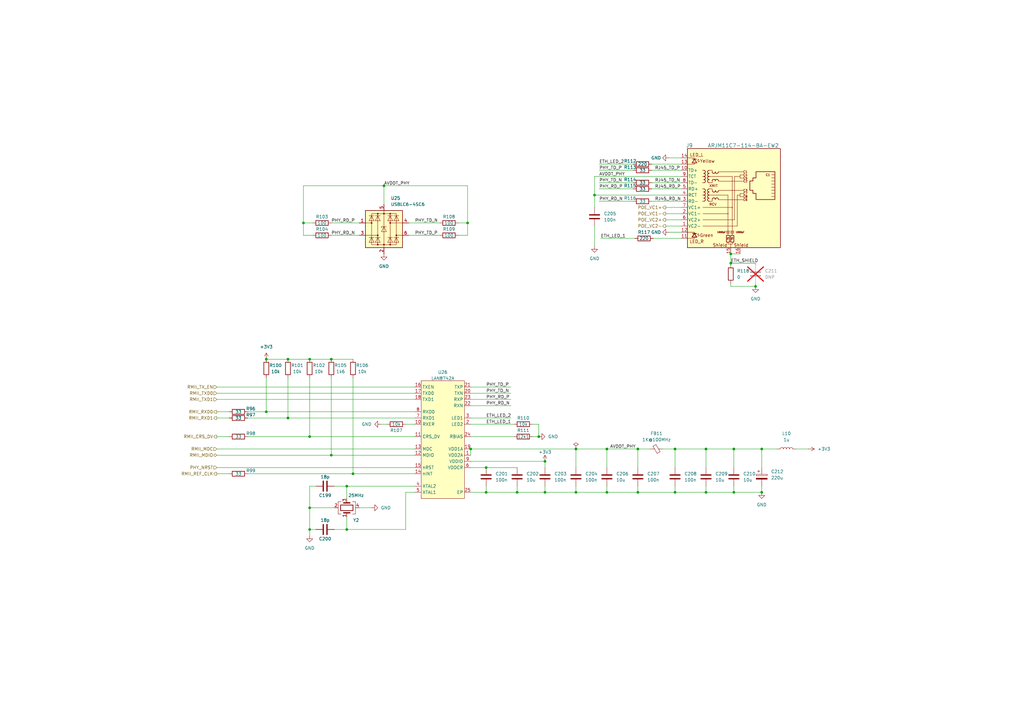
<source format=kicad_sch>
(kicad_sch (version 20230121) (generator eeschema)
  (paper "A3")
  (title_block (title "Ethernet") (date "2023-11-09") (rev "r0_3") (company "M-Labs Limited") (comment 1 "Linus Woo Chun Kit"))
  (lib_symbols
    (symbol "Device:C" (pin_numbers hide) (pin_names (offset 0.254))
      (property "Reference" "C" (at 0.635 2.54 0))
      (property "Value" "C" (at 0.635 -2.54 0))
      (symbol "C_0_1"
        (polyline (pts (xy -2.032 -0.762) (xy 2.032 -0.762)) (stroke (width 0.508)))
        (polyline (pts (xy -2.032 0.762) (xy 2.032 0.762)) (stroke (width 0.508)))
      )
      (symbol "C_1_1"
        (pin passive line (at 0 3.81 270) (length 2.794) (name "~") (number "1"))
        (pin passive line (at 0 -3.81 90) (length 2.794) (name "~") (number "2"))
      )
    )
    (symbol "Device:C_Polarized" (pin_numbers hide) (pin_names (offset 0.254))
      (property "Reference" "C" (at 0.635 2.54 0))
      (property "Value" "C_Polarized" (at 0.635 -2.54 0))
      (symbol "C_Polarized_0_1"
        (rectangle (start -2.286 0.508) (end 2.286 1.016))
        (polyline (pts (xy -1.778 2.286) (xy -0.762 2.286)))
        (polyline (pts (xy -1.27 2.794) (xy -1.27 1.778)))
        (rectangle (start 2.286 -0.508) (end -2.286 -1.016) (fill (type outline)))
      )
      (symbol "C_Polarized_1_1"
        (pin passive line (at 0 3.81 270) (length 2.794) (name "~") (number "1"))
        (pin passive line (at 0 -3.81 90) (length 2.794) (name "~") (number "2"))
      )
    )
    (symbol "Device:Crystal_GND24" (pin_names (offset 1.016) hide)
      (property "Reference" "Y" (at 3.175 5.08 0))
      (property "Value" "Crystal_GND24" (at 3.175 3.175 0))
      (symbol "Crystal_GND24_0_1"
        (rectangle (start -1.143 2.54) (end 1.143 -2.54) (stroke (width 0.3048)))
        (polyline (pts (xy -2.54 0) (xy -2.032 0)))
        (polyline (pts (xy -2.032 -1.27) (xy -2.032 1.27)) (stroke (width 0.508)))
        (polyline (pts (xy 0 -3.81) (xy 0 -3.556)))
        (polyline (pts (xy 0 3.556) (xy 0 3.81)))
        (polyline (pts (xy 2.032 -1.27) (xy 2.032 1.27)) (stroke (width 0.508)))
        (polyline (pts (xy 2.032 0) (xy 2.54 0)))
        (polyline (pts (xy -2.54 -2.286) (xy -2.54 -3.556) (xy 2.54 -3.556) (xy 2.54 -2.286)))
        (polyline (pts (xy -2.54 2.286) (xy -2.54 3.556) (xy 2.54 3.556) (xy 2.54 2.286)))
      )
      (symbol "Crystal_GND24_1_1"
        (pin passive line (at -3.81 0 0) (length 1.27) (name "1") (number "1"))
        (pin passive line (at 0 5.08 270) (length 1.27) (name "2") (number "2"))
        (pin passive line (at 3.81 0 180) (length 1.27) (name "3") (number "3"))
        (pin passive line (at 0 -5.08 90) (length 1.27) (name "4") (number "4"))
      )
    )
    (symbol "Device:FerriteBead_Small" (pin_numbers hide) (pin_names (offset 0))
      (property "Reference" "FB" (at 1.905 1.27 0))
      (property "Value" "FerriteBead_Small" (at 1.905 -1.27 0))
      (symbol "FerriteBead_Small_0_1"
        (polyline (pts (xy 0 -1.27) (xy 0 -0.7874)))
        (polyline (pts (xy 0 0.889) (xy 0 1.2954)))
        (polyline (pts (xy -1.8288 0.2794) (xy -1.1176 1.4986) (xy 1.8288 -0.2032) (xy 1.1176 -1.4224) (xy -1.8288 0.2794)))
      )
      (symbol "FerriteBead_Small_1_1"
        (pin passive line (at 0 2.54 270) (length 1.27) (name "~") (number "1"))
        (pin passive line (at 0 -2.54 90) (length 1.27) (name "~") (number "2"))
      )
    )
    (symbol "Device:L" (pin_numbers hide) (pin_names (offset 1.016) hide)
      (property "Reference" "L" (at -1.27 0 90))
      (property "Value" "L" (at 1.905 0 90))
      (symbol "L_0_1"
        (arc (start 0 -2.54) (mid 0.6323 -1.905) (end 0 -1.27))
        (arc (start 0 -1.27) (mid 0.6323 -0.635) (end 0 0))
        (arc (start 0 0) (mid 0.6323 0.635) (end 0 1.27))
        (arc (start 0 1.27) (mid 0.6323 1.905) (end 0 2.54))
      )
      (symbol "L_1_1"
        (pin passive line (at 0 3.81 270) (length 1.27) (name "1") (number "1"))
        (pin passive line (at 0 -3.81 90) (length 1.27) (name "2") (number "2"))
      )
    )
    (symbol "Device:R" (pin_numbers hide) (pin_names (offset 0))
      (property "Reference" "R" (at 2.032 0 90))
      (property "Value" "R" (at 0 0 90))
      (symbol "R_0_1"
        (rectangle (start -1.016 -2.54) (end 1.016 2.54) (stroke (width 0.254)))
      )
      (symbol "R_1_1"
        (pin passive line (at 0 3.81 270) (length 1.27) (name "~") (number "1"))
        (pin passive line (at 0 -3.81 90) (length 1.27) (name "~") (number "2"))
      )
    )
    (symbol "Power_Protection:USBLC6-4SC6" (pin_names hide)
      (property "Reference" "U" (at 2.54 8.89 0))
      (property "Value" "USBLC6-4SC6" (at 2.54 -8.89 0))
      (symbol "USBLC6-4SC6_0_1"
        (rectangle (start -7.62 -7.62) (end 7.62 7.62) (stroke (width 0.254)) (fill (type background)))
        (circle (center -5.08 2.54) (radius 0.254) (fill (type outline)))
        (circle (center -2.54 -6.35) (radius 0.254) (fill (type outline)))
        (circle (center -2.54 -2.54) (radius 0.254) (fill (type outline)))
        (circle (center -2.54 6.35) (radius 0.254) (fill (type outline)))
        (rectangle (start -2.54 6.35) (end 2.54 -6.35))
        (circle (center 0 -6.35) (radius 0.254) (fill (type outline)))
        (polyline (pts (xy -5.08 2.54) (xy -7.62 2.54)))
        (polyline (pts (xy -4.064 -3.429) (xy -6.096 -3.429)))
        (polyline (pts (xy -4.064 5.461) (xy -6.096 5.461)))
        (polyline (pts (xy -2.54 -2.54) (xy -7.62 -2.54)))
        (polyline (pts (xy -1.524 -3.429) (xy -3.556 -3.429)))
        (polyline (pts (xy -1.524 5.461) (xy -3.556 5.461)))
        (polyline (pts (xy 0 -7.62) (xy 0 -6.35)))
        (polyline (pts (xy 0 -6.35) (xy 0 1.27)))
        (polyline (pts (xy 0 1.27) (xy 0 6.35)))
        (polyline (pts (xy 0 6.35) (xy 0 7.62)))
        (polyline (pts (xy 1.524 -3.429) (xy 3.556 -3.429)))
        (polyline (pts (xy 1.524 5.461) (xy 3.556 5.461)))
        (polyline (pts (xy 2.54 2.54) (xy 7.62 2.54)))
        (polyline (pts (xy 4.064 -3.429) (xy 6.096 -3.429)))
        (polyline (pts (xy 4.064 5.461) (xy 6.096 5.461)))
        (polyline (pts (xy 5.08 -2.54) (xy 7.62 -2.54)))
        (polyline (pts (xy -6.096 -5.461) (xy -4.064 -5.461) (xy -5.08 -3.429) (xy -6.096 -5.461)))
        (polyline (pts (xy -6.096 3.429) (xy -4.064 3.429) (xy -5.08 5.461) (xy -6.096 3.429)))
        (polyline (pts (xy -3.556 -5.461) (xy -1.524 -5.461) (xy -2.54 -3.429) (xy -3.556 -5.461)))
        (polyline (pts (xy -3.556 3.429) (xy -1.524 3.429) (xy -2.54 5.461) (xy -3.556 3.429)))
        (polyline (pts (xy -2.54 6.35) (xy -5.08 6.35) (xy -5.08 -6.35) (xy -2.54 -6.35)))
        (polyline (pts (xy -1.016 -1.016) (xy 1.016 -1.016) (xy 0 1.016) (xy -1.016 -1.016)))
        (polyline (pts (xy 1.016 1.016) (xy 0.762 1.016) (xy -1.016 1.016) (xy -1.016 0.508)))
        (polyline (pts (xy 2.54 6.35) (xy 5.08 6.35) (xy 5.08 -6.35) (xy 2.54 -6.35)))
        (polyline (pts (xy 3.556 -5.461) (xy 1.524 -5.461) (xy 2.54 -3.429) (xy 3.556 -5.461)))
        (polyline (pts (xy 3.556 3.429) (xy 1.524 3.429) (xy 2.54 5.461) (xy 3.556 3.429)))
        (polyline (pts (xy 6.096 -5.461) (xy 4.064 -5.461) (xy 5.08 -3.429) (xy 6.096 -5.461)))
        (polyline (pts (xy 6.096 3.429) (xy 4.064 3.429) (xy 5.08 5.461) (xy 6.096 3.429)))
        (circle (center 0 6.35) (radius 0.254) (fill (type outline)))
        (circle (center 2.54 -6.35) (radius 0.254) (fill (type outline)))
        (circle (center 2.54 2.54) (radius 0.254) (fill (type outline)))
        (circle (center 2.54 6.35) (radius 0.254) (fill (type outline)))
        (circle (center 5.08 -2.54) (radius 0.254) (fill (type outline)))
      )
      (symbol "USBLC6-4SC6_1_1"
        (pin passive line (at -10.16 2.54 0) (length 2.54) (name "I/O1") (number "1"))
        (pin passive line (at 0 -10.16 90) (length 2.54) (name "GND") (number "2"))
        (pin passive line (at -10.16 -2.54 0) (length 2.54) (name "I/O2") (number "3"))
        (pin passive line (at 10.16 2.54 180) (length 2.54) (name "I/O3") (number "4"))
        (pin passive line (at 0 10.16 270) (length 2.54) (name "VBUS") (number "5"))
        (pin passive line (at 10.16 -2.54 180) (length 2.54) (name "I/O4") (number "6"))
      )
    )
    (symbol "kirdy:LAN8742A"
      (property "Reference" "U" (at 0 -30.48 0))
      (property "Value" "LAN8742A" (at 0 -27.94 0))
      (symbol "LAN8742A_0_0"
        (pin power_in line (at 10.16 -7.62 180) (length 2.54) (name "VDD2A") (number "1"))
        (pin bidirectional line (at -12.7 5.08 0) (length 2.54) (name "RXER") (number "10"))
        (pin output line (at -12.7 0 0) (length 2.54) (name "CRS_DV") (number "11"))
        (pin bidirectional line (at -12.7 -7.62 0) (length 2.54) (name "MDIO") (number "12"))
        (pin input line (at -12.7 -5.08 0) (length 2.54) (name "MDC") (number "13"))
        (pin output line (at -12.7 -15.24 0) (length 2.54) (name "nINT") (number "14"))
        (pin input line (at -12.7 -12.7 0) (length 2.54) (name "nRST") (number "15"))
        (pin input line (at -12.7 20.32 0) (length 2.54) (name "TXEN") (number "16"))
        (pin input line (at -12.7 17.78 0) (length 2.54) (name "TXD0") (number "17"))
        (pin input line (at -12.7 15.24 0) (length 2.54) (name "TXD1") (number "18"))
        (pin power_in line (at 10.16 -5.08 180) (length 2.54) (name "VDD1A") (number "19"))
        (pin output line (at 10.16 5.08 180) (length 2.54) (name "LED2") (number "2"))
        (pin bidirectional line (at 10.16 17.78 180) (length 2.54) (name "TXN") (number "20"))
        (pin bidirectional line (at 10.16 20.32 180) (length 2.54) (name "TXP") (number "21"))
        (pin bidirectional line (at 10.16 12.7 180) (length 2.54) (name "RXN") (number "22"))
        (pin bidirectional line (at 10.16 15.24 180) (length 2.54) (name "RXP") (number "23"))
        (pin passive line (at 10.16 0 180) (length 2.54) (name "RBIAS") (number "24"))
        (pin power_in line (at 10.16 -22.86 180) (length 2.54) (name "EP") (number "25"))
        (pin output line (at 10.16 7.62 180) (length 2.54) (name "LED1") (number "3"))
        (pin input line (at -12.7 -20.32 0) (length 2.54) (name "XTAL2") (number "4"))
        (pin input line (at -12.7 -22.86 0) (length 2.54) (name "XTAL1") (number "5"))
        (pin passive line (at 10.16 -12.7 180) (length 2.54) (name "VDDCR") (number "6"))
        (pin output line (at -12.7 7.62 0) (length 2.54) (name "RXD1") (number "7"))
        (pin output line (at -12.7 10.16 0) (length 2.54) (name "RXD0") (number "8"))
        (pin power_in line (at 10.16 -10.16 180) (length 2.54) (name "VDDIO") (number "9"))
      )
      (symbol "LAN8742A_0_1"
        (rectangle (start -10.16 22.86) (end 7.62 -25.4) (fill (type background)))
      )
    )
    (symbol "kirdy:RJ45_ARJM11C7-114-BA-EW2" (pin_names (offset 0.254))
      (property "Reference" "J" (at 1.27 1.27 0))
      (property "Value" "ARJM11C7-114-BA-EW2" (at 24.13 1.27 0))
      (property "MFR_PN" "ARJM11C7-114-BA-EW2" (at 0 0 0))
      (symbol "RJ45_ARJM11C7-114-BA-EW2_0_0"
        (polyline (pts (xy 17.272 -34.544) (xy 16.002 -34.544)) (stroke (width 0.254)))
        (polyline (pts (xy 17.272 -33.909) (xy 16.002 -33.909)) (stroke (width 0.254)))
        (polyline (pts (xy 19.05 -34.544) (xy 17.78 -34.544)) (stroke (width 0.254)))
        (polyline (pts (xy 19.05 -33.909) (xy 17.78 -33.909)) (stroke (width 0.254)))
        (polyline (pts (xy 0 -36.83) (xy 2.921 -36.83) (xy 2.921 -36.322)))
        (polyline (pts (xy 0 -6.35) (xy 2.921 -6.35) (xy 2.921 -5.842)))
        (polyline (pts (xy 2.921 -34.925) (xy 2.921 -34.29) (xy 0 -34.29)))
        (polyline (pts (xy 2.921 -4.445) (xy 2.921 -3.81) (xy 0 -3.81)))
        (polyline (pts (xy 16.637 -38.481) (xy 16.637 -39.116) (xy 18.542 -39.116) (xy 18.542 -38.481)))
        (text "C1" (at 23.749 -9.525 0) (effects (font (size 0.889 0.889))))
        (text "C1" (at 33.02 -10.795 0) (effects (font (size 0.889 0.889))))
        (text "C2" (at 23.749 -13.335 0) (effects (font (size 0.889 0.889))))
        (text "C3" (at 23.749 -17.145 0) (effects (font (size 0.889 0.889))))
        (text "C4" (at 23.749 -10.795 0) (effects (font (size 0.889 0.889))))
        (text "C5" (at 23.749 -12.065 0) (effects (font (size 0.889 0.889))))
        (text "C6" (at 23.749 -20.955 0) (effects (font (size 0.889 0.889))))
        (text "C7" (at 23.749 -18.415 0) (effects (font (size 0.889 0.889))))
        (text "C8" (at 23.749 -19.685 0) (effects (font (size 0.889 0.889))))
        (text "RCV" (at 8.89 -22.86 0) (effects (font (size 1.016 1.016)) (justify left)))
        (text "XMIT" (at 8.89 -15.24 0) (effects (font (size 1.016 1.016)) (justify left)))
      )
      (symbol "RJ45_ARJM11C7-114-BA-EW2_0_1"
        (polyline (pts (xy 6.35 -31.75) (xy 20.447 -31.75)))
        (polyline (pts (xy 6.35 -29.21) (xy 19.304 -29.21)))
        (polyline (pts (xy 6.35 -26.67) (xy 16.637 -26.67)))
        (polyline (pts (xy 6.35 -24.13) (xy 18.415 -24.13)))
        (polyline (pts (xy 6.7337 -21.59) (xy 6.0987 -21.59)))
        (polyline (pts (xy 6.7337 -19.05) (xy 6.0987 -19.05)))
        (polyline (pts (xy 6.7337 -16.51) (xy 6.0987 -16.51)))
        (polyline (pts (xy 6.7337 -13.97) (xy 6.0987 -13.97)))
        (polyline (pts (xy 6.7337 -11.43) (xy 6.0987 -11.43)))
        (polyline (pts (xy 6.7337 -8.89) (xy 6.0987 -8.89)))
        (polyline (pts (xy 12.7 -20.955) (xy 22.733 -20.955)))
        (polyline (pts (xy 12.7 -13.335) (xy 22.733 -13.335)))
        (polyline (pts (xy 12.7 -9.525) (xy 22.733 -9.525)))
        (polyline (pts (xy 12.827 -17.145) (xy 22.733 -17.145)))
        (polyline (pts (xy 16.637 -35.433) (xy 16.637 -34.671)))
        (polyline (pts (xy 16.637 -33.909) (xy 16.637 -19.05)))
        (polyline (pts (xy 16.637 -19.05) (xy 8.89 -19.05)))
        (polyline (pts (xy 18.415 -35.433) (xy 18.415 -34.671)))
        (polyline (pts (xy 18.415 -33.909) (xy 18.415 -11.43)))
        (polyline (pts (xy 18.415 -24.13) (xy 18.415 -24.13)))
        (polyline (pts (xy 18.415 -11.43) (xy 8.89 -11.43)))
        (polyline (pts (xy 19.304 -11.43) (xy 19.304 -29.21)))
        (polyline (pts (xy 20.447 -19.05) (xy 20.447 -31.75)))
        (polyline (pts (xy 21.59 -19.685) (xy 21.59 -18.415)))
        (polyline (pts (xy 21.59 -19.05) (xy 20.447 -19.05)))
        (polyline (pts (xy 21.59 -12.065) (xy 21.59 -10.795)))
        (polyline (pts (xy 21.59 -11.43) (xy 19.304 -11.43)))
        (polyline (pts (xy 22.733 -19.685) (xy 21.59 -19.685)))
        (polyline (pts (xy 22.733 -18.415) (xy 21.59 -18.415)))
        (polyline (pts (xy 22.733 -12.065) (xy 21.59 -12.065)))
        (polyline (pts (xy 22.733 -10.795) (xy 21.59 -10.795)))
        (polyline (pts (xy 34.4805 -19.6215) (xy 35.7505 -19.6215)))
        (polyline (pts (xy 34.4805 -18.3515) (xy 35.7505 -18.3515)))
        (polyline (pts (xy 34.4805 -10.7315) (xy 35.7505 -10.7315)))
        (polyline (pts (xy 35.7505 -17.0815) (xy 34.4805 -17.0815)))
        (polyline (pts (xy 35.7505 -15.8115) (xy 34.4805 -15.8115)))
        (polyline (pts (xy 35.7505 -14.5415) (xy 34.4805 -14.5415)))
        (polyline (pts (xy 35.7505 -13.2715) (xy 34.4805 -13.2715)))
        (polyline (pts (xy 35.7505 -12.0015) (xy 34.4805 -12.0015)))
        (polyline (pts (xy 8.89 -16.51) (xy 10.16 -16.51) (xy 10.16 -17.145)))
        (polyline (pts (xy 8.89 -8.89) (xy 10.16 -8.89) (xy 10.16 -9.525)))
        (polyline (pts (xy 10.16 -20.955) (xy 10.16 -21.59) (xy 8.89 -21.59)))
        (polyline (pts (xy 10.16 -13.335) (xy 10.16 -13.97) (xy 8.89 -13.97)))
        (rectangle (start 0 0) (end 38.1 -40.64) (stroke (width 0.254)) (fill (type background)))
        (circle (center 16.637 -26.67) (radius 0.127))
        (circle (center 18.415 -24.13) (radius 0.127))
      )
      (symbol "RJ45_ARJM11C7-114-BA-EW2_1_0"
        (text "1000pF" (at 13.97 -34.29 0) (effects (font (size 0.635 0.635))))
        (text "1000pF" (at 21.59 -34.29 0) (effects (font (size 0.635 0.635))))
      )
      (symbol "RJ45_ARJM11C7-114-BA-EW2_1_1"
        (polyline (pts (xy 3.6576 -34.798) (xy 2.1336 -34.798)) (stroke (width 0.254)))
        (polyline (pts (xy 3.683 -34.798) (xy 2.159 -34.798)) (stroke (width 0.254)))
        (polyline (pts (xy 3.683 -4.318) (xy 2.159 -4.318)) (stroke (width 0.254)))
        (polyline (pts (xy 4.5466 -34.925) (xy 4.5466 -35.179)))
        (polyline (pts (xy 4.572 -4.445) (xy 4.572 -4.699)))
        (polyline (pts (xy 4.8006 -35.56) (xy 4.8006 -35.814)))
        (polyline (pts (xy 4.826 -5.08) (xy 4.826 -5.334)))
        (polyline (pts (xy 17.8054 -40.64) (xy 17.8054 -39.116)))
        (polyline (pts (xy 4.0386 -35.433) (xy 4.5466 -34.925) (xy 4.2926 -34.925)))
        (polyline (pts (xy 4.064 -4.953) (xy 4.572 -4.445) (xy 4.318 -4.445)))
        (polyline (pts (xy 4.2926 -36.068) (xy 4.8006 -35.56) (xy 4.5466 -35.56)))
        (polyline (pts (xy 4.318 -5.588) (xy 4.826 -5.08) (xy 4.572 -5.08)))
        (polyline (pts (xy 3.7846 -36.322) (xy 1.8796 -36.322) (xy 2.8956 -34.798) (xy 3.7846 -36.322)) (stroke (width 0.254)))
        (polyline (pts (xy 3.81 -36.322) (xy 1.905 -36.322) (xy 2.921 -34.798) (xy 3.81 -36.322)) (stroke (width 0.254)))
        (polyline (pts (xy 3.81 -5.842) (xy 1.905 -5.842) (xy 2.921 -4.318) (xy 3.81 -5.842)) (stroke (width 0.254)))
        (polyline (pts (xy 35.8775 -9.4615) (xy 35.8775 -20.8915) (xy 28.1305 -20.8915) (xy 28.1305 -18.3515) (xy 26.8605 -18.3515) (xy 26.8605 -17.0815) (xy 25.5905 -17.0815) (xy 25.5905 -13.2715) (xy 26.8605 -13.2715) (xy 26.8605 -12.0015) (xy 28.1305 -12.0015) (xy 28.1305 -9.4615) (xy 35.8775 -9.4615)) (stroke (width 0.254)))
        (arc (start 6.7337 -17.78) (mid 7.366 -17.145) (end 6.7337 -16.51) (stroke (width 0.254)))
        (arc (start 6.7364 -21.59) (mid 7.3687 -20.955) (end 6.7364 -20.32) (stroke (width 0.254)))
        (arc (start 6.7364 -20.32) (mid 7.3687 -19.685) (end 6.7364 -19.05) (stroke (width 0.254)))
        (arc (start 6.7364 -19.05) (mid 7.3687 -18.415) (end 6.7364 -17.78) (stroke (width 0.254)))
        (arc (start 6.7364 -10.16) (mid 7.3687 -9.525) (end 6.7364 -8.89) (stroke (width 0.254)))
        (arc (start 6.7391 -13.97) (mid 7.3714 -13.335) (end 6.7391 -12.7) (stroke (width 0.254)))
        (arc (start 6.7391 -12.7) (mid 7.3714 -12.065) (end 6.7391 -11.43) (stroke (width 0.254)))
        (arc (start 6.7391 -11.43) (mid 7.3714 -10.795) (end 6.7391 -10.16) (stroke (width 0.254)))
        (arc (start 8.8846 -19.05) (mid 8.2523 -19.685) (end 8.8846 -20.32) (stroke (width 0.254)))
        (arc (start 8.8846 -17.78) (mid 8.2523 -18.415) (end 8.8846 -19.05) (stroke (width 0.254)))
        (arc (start 8.8846 -16.51) (mid 8.2523 -17.145) (end 8.8846 -17.78) (stroke (width 0.254)))
        (arc (start 8.8846 -11.43) (mid 8.2523 -12.065) (end 8.8846 -12.7) (stroke (width 0.254)))
        (arc (start 8.8846 -10.16) (mid 8.2523 -10.795) (end 8.8846 -11.43) (stroke (width 0.254)))
        (arc (start 8.8846 -8.89) (mid 8.2523 -9.525) (end 8.8846 -10.16) (stroke (width 0.254)))
        (arc (start 8.8873 -20.32) (mid 8.255 -20.955) (end 8.8873 -21.59) (stroke (width 0.254)))
        (arc (start 8.8873 -12.7) (mid 8.255 -13.335) (end 8.8873 -13.97) (stroke (width 0.254)))
        (arc (start 10.16 -9.5277) (mid 10.795 -10.16) (end 11.43 -9.5277) (stroke (width 0.254)))
        (arc (start 10.2235 -17.2112) (mid 10.8585 -17.8435) (end 11.4935 -17.2112) (stroke (width 0.254)))
        (arc (start 11.43 -20.8253) (mid 10.795 -20.193) (end 10.16 -20.8253) (stroke (width 0.254)))
        (arc (start 11.43 -13.2053) (mid 10.795 -12.573) (end 10.16 -13.2053) (stroke (width 0.254)))
        (arc (start 11.43 -9.525) (mid 12.065 -10.1573) (end 12.7 -9.525) (stroke (width 0.254)))
        (arc (start 11.4935 -17.2085) (mid 12.1285 -17.8408) (end 12.7635 -17.2085) (stroke (width 0.254)))
        (arc (start 12.7 -20.8226) (mid 12.065 -20.1903) (end 11.43 -20.8226) (stroke (width 0.254)))
        (arc (start 12.7 -13.2026) (mid 12.065 -12.5703) (end 11.43 -13.2026) (stroke (width 0.254)))
        (rectangle (start 16.002 -38.354) (end 17.272 -35.56) (stroke (width 0.254)))
        (rectangle (start 17.78 -38.354) (end 19.05 -35.56) (stroke (width 0.254)))
        (text "75" (at 16.637 -36.957 900) (effects (font (size 0.635 0.635))))
        (text "75" (at 18.415 -36.957 900) (effects (font (size 0.635 0.635))))
        (text "Green" (at 5.08 -35.56 0) (effects (font (size 1.27 1.27)) (justify left)))
        (text "LED_L" (at 3.81 -2.54 0) (effects (font (size 1.27 1.27))))
        (text "LED_R" (at 3.81 -38.1 0) (effects (font (size 1.27 1.27))))
        (text "Shield" (at 13.3858 -39.5986 0) (effects (font (size 1.27 1.27))))
        (text "Shield" (at 22.0218 -39.5986 0) (effects (font (size 1.27 1.27))))
        (text "Yellow" (at 5.08 -5.08 0) (effects (font (size 1.27 1.27)) (justify left)))
        (pin power_out line (at -2.54 -31.75 0) (length 2.54) (name "VC2-") (number "1"))
        (pin passive line (at -2.54 -8.89 0) (length 2.54) (name "TD+") (number "10"))
        (pin passive line (at -2.54 -36.83 0) (length 2.54) (name "") (number "11"))
        (pin passive line (at -2.54 -34.29 0) (length 2.54) (name "") (number "12"))
        (pin passive line (at -2.54 -6.35 0) (length 2.54) (name "") (number "13"))
        (pin passive line (at -2.54 -3.81 0) (length 2.54) (name "") (number "14"))
        (pin passive line (at 17.78 -43.18 90) (length 2.54) (name "") (number "15"))
        (pin passive line (at 21.59 -43.18 90) (length 2.54) (name "") (number "16"))
        (pin power_out line (at -2.54 -26.67 0) (length 2.54) (name "VC1-") (number "2"))
        (pin passive line (at -2.54 -21.59 0) (length 2.54) (name "RD-") (number "3"))
        (pin passive line (at -2.54 -19.05 0) (length 2.54) (name "RCT") (number "4"))
        (pin passive line (at -2.54 -16.51 0) (length 2.54) (name "RD+") (number "5"))
        (pin power_out line (at -2.54 -29.21 0) (length 2.54) (name "VC2+") (number "6"))
        (pin power_out line (at -2.54 -24.13 0) (length 2.54) (name "VC1+") (number "7"))
        (pin no_connect line (at 22.86 -13.97 180) (length 0) hide (name "NC") (number "8"))
        (pin passive line (at -2.54 -13.97 0) (length 2.54) (name "TD-") (number "8"))
        (pin passive line (at -2.54 -11.43 0) (length 2.54) (name "TCT") (number "9"))
      )
    )
    (symbol "power:+3V3" (power) (pin_names (offset 0))
      (property "Value" "+3V3" (at 0 3.556 0))
      (symbol "+3V3_0_1"
        (polyline (pts (xy -0.762 1.27) (xy 0 2.54)))
        (polyline (pts (xy 0 0) (xy 0 2.54)))
        (polyline (pts (xy 0 2.54) (xy 0.762 1.27)))
      )
      (symbol "+3V3_1_1"
        (pin power_in line (at 0 0 90) (length 0) hide (name "+3V3") (number "1"))
      )
    )
    (symbol "power:GND" (power) (pin_names (offset 0))
      (property "Value" "GND" (at 0 -3.81 0))
      (symbol "GND_0_1"
        (polyline (pts (xy 0 0) (xy 0 -1.27) (xy 1.27 -1.27) (xy 0 -2.54) (xy -1.27 -1.27) (xy 0 -1.27)))
      )
      (symbol "GND_1_1"
        (pin power_in line (at 0 0 270) (length 0) hide (name "GND") (number "1"))
      )
    )
    (symbol "power:PWR_FLAG" (power) (pin_numbers hide) (pin_names (offset 0) hide)
      (property "Value" "PWR_FLAG" (at 0 3.81 0))
      (symbol "PWR_FLAG_0_0"
        (pin power_out line (at 0 0 90) (length 0) (name "pwr") (number "1"))
      )
      (symbol "PWR_FLAG_0_1"
        (polyline (pts (xy 0 0) (xy 0 1.27) (xy -1.016 1.905) (xy 0 2.54) (xy 1.016 1.905) (xy 0 1.27)))
      )
    )
  )
  (junction (at 312.42 184.15))
  (junction (at 223.52 201.93))
  (junction (at 127 217.17))
  (junction (at 157.48 76.2))
  (junction (at 109.22 168.91))
  (junction (at 300.99 201.93))
  (junction (at 135.89 147.32))
  (junction (at 191.77 91.44))
  (junction (at 300.99 184.15))
  (junction (at 236.22 184.15))
  (junction (at 135.89 186.69))
  (junction (at 212.09 201.93))
  (junction (at 248.92 184.15))
  (junction (at 127 147.32))
  (junction (at 109.22 147.32))
  (junction (at 289.56 184.15))
  (junction (at 118.11 171.45))
  (junction (at 144.78 194.31))
  (junction (at 312.42 201.93))
  (junction (at 220.98 179.07))
  (junction (at 309.88 117.475))
  (junction (at 236.22 201.93))
  (junction (at 276.86 201.93))
  (junction (at 199.39 201.93))
  (junction (at 127 208.28))
  (junction (at 261.62 201.93))
  (junction (at 142.24 217.17))
  (junction (at 199.39 191.77))
  (junction (at 299.72 107.95))
  (junction (at 276.86 184.15))
  (junction (at 243.84 80.01))
  (junction (at 127 179.07))
  (junction (at 261.62 184.15))
  (junction (at 248.92 201.93))
  (junction (at 223.52 189.23))
  (junction (at 124.46 91.44))
  (junction (at 118.11 147.32))
  (junction (at 142.24 199.39))
  (junction (at 193.04 184.15))
  (junction (at 289.56 201.93))
  (junction (at 299.72 104.14))
  (wire (pts (xy 127 147.32) (xy 135.89 147.32)))
  (wire (pts (xy 289.56 184.15) (xy 300.99 184.15)))
  (wire (pts (xy 273.05 92.71) (xy 279.4 92.71)))
  (wire (pts (xy 276.86 184.15) (xy 289.56 184.15)))
  (wire (pts (xy 88.9 186.69) (xy 135.89 186.69)))
  (wire (pts (xy 212.09 199.39) (xy 212.09 201.93)))
  (wire (pts (xy 273.05 90.17) (xy 279.4 90.17)))
  (wire (pts (xy 246.38 97.79) (xy 260.35 97.79)))
  (wire (pts (xy 191.77 91.44) (xy 187.96 91.44)))
  (wire (pts (xy 124.46 76.2) (xy 157.48 76.2)))
  (wire (pts (xy 236.22 199.39) (xy 236.22 201.93)))
  (wire (pts (xy 245.745 77.47) (xy 259.715 77.47)))
  (wire (pts (xy 193.04 179.07) (xy 210.82 179.07)))
  (wire (pts (xy 220.98 173.99) (xy 220.98 179.07)))
  (wire (pts (xy 191.77 91.44) (xy 191.77 76.2)))
  (wire (pts (xy 193.04 166.37) (xy 209.55 166.37)))
  (wire (pts (xy 88.9 168.91) (xy 93.98 168.91)))
  (wire (pts (xy 191.77 96.52) (xy 187.96 96.52)))
  (wire (pts (xy 236.22 201.93) (xy 248.92 201.93)))
  (wire (pts (xy 245.745 69.85) (xy 259.715 69.85)))
  (wire (pts (xy 109.22 154.94) (xy 109.22 168.91)))
  (wire (pts (xy 88.9 171.45) (xy 93.98 171.45)))
  (wire (pts (xy 243.84 72.39) (xy 243.84 80.01)))
  (wire (pts (xy 245.745 82.55) (xy 259.715 82.55)))
  (wire (pts (xy 135.89 96.52) (xy 147.32 96.52)))
  (wire (pts (xy 127 154.94) (xy 127 179.07)))
  (wire (pts (xy 300.99 199.39) (xy 300.99 201.93)))
  (wire (pts (xy 326.39 184.15) (xy 331.47 184.15)))
  (wire (pts (xy 289.56 201.93) (xy 276.86 201.93)))
  (wire (pts (xy 127 208.28) (xy 137.16 208.28)))
  (wire (pts (xy 166.37 201.93) (xy 170.18 201.93)))
  (wire (pts (xy 273.05 85.09) (xy 279.4 85.09)))
  (wire (pts (xy 309.88 116.205) (xy 309.88 117.475)))
  (wire (pts (xy 137.16 217.17) (xy 142.24 217.17)))
  (wire (pts (xy 312.42 199.39) (xy 312.42 201.93)))
  (wire (pts (xy 267.97 97.79) (xy 279.4 97.79)))
  (wire (pts (xy 127 208.28) (xy 127 199.39)))
  (wire (pts (xy 312.42 184.15) (xy 312.42 191.77)))
  (wire (pts (xy 135.89 91.44) (xy 147.32 91.44)))
  (wire (pts (xy 199.39 191.77) (xy 212.09 191.77)))
  (wire (pts (xy 142.24 199.39) (xy 170.18 199.39)))
  (wire (pts (xy 144.78 194.31) (xy 170.18 194.31)))
  (wire (pts (xy 193.04 184.15) (xy 193.04 186.69)))
  (wire (pts (xy 147.32 208.28) (xy 152.4 208.28)))
  (wire (pts (xy 261.62 184.15) (xy 261.62 191.77)))
  (wire (pts (xy 199.39 201.93) (xy 212.09 201.93)))
  (wire (pts (xy 289.56 199.39) (xy 289.56 201.93)))
  (wire (pts (xy 223.52 201.93) (xy 236.22 201.93)))
  (wire (pts (xy 267.335 67.31) (xy 279.4 67.31)))
  (wire (pts (xy 118.11 171.45) (xy 170.18 171.45)))
  (wire (pts (xy 248.92 199.39) (xy 248.92 201.93)))
  (wire (pts (xy 88.9 194.31) (xy 93.98 194.31)))
  (wire (pts (xy 101.6 179.07) (xy 127 179.07)))
  (wire (pts (xy 218.44 179.07) (xy 220.98 179.07)))
  (wire (pts (xy 127 219.71) (xy 127 217.17)))
  (wire (pts (xy 261.62 201.93) (xy 261.62 199.39)))
  (wire (pts (xy 193.04 158.75) (xy 209.55 158.75)))
  (wire (pts (xy 261.62 184.15) (xy 266.7 184.15)))
  (wire (pts (xy 88.9 184.15) (xy 170.18 184.15)))
  (wire (pts (xy 223.52 199.39) (xy 223.52 201.93)))
  (wire (pts (xy 248.92 184.15) (xy 261.62 184.15)))
  (wire (pts (xy 193.04 184.15) (xy 236.22 184.15)))
  (wire (pts (xy 274.32 64.77) (xy 279.4 64.77)))
  (wire (pts (xy 144.78 154.94) (xy 144.78 194.31)))
  (wire (pts (xy 88.9 179.07) (xy 93.98 179.07)))
  (wire (pts (xy 193.04 191.77) (xy 199.39 191.77)))
  (wire (pts (xy 88.9 191.77) (xy 170.18 191.77)))
  (wire (pts (xy 157.48 76.2) (xy 191.77 76.2)))
  (wire (pts (xy 276.86 184.15) (xy 276.86 191.77)))
  (wire (pts (xy 88.9 158.75) (xy 170.18 158.75)))
  (wire (pts (xy 193.04 201.93) (xy 199.39 201.93)))
  (wire (pts (xy 166.37 173.99) (xy 170.18 173.99)))
  (wire (pts (xy 193.04 173.99) (xy 210.82 173.99)))
  (wire (pts (xy 127 217.17) (xy 129.54 217.17)))
  (wire (pts (xy 218.44 173.99) (xy 220.98 173.99)))
  (wire (pts (xy 289.56 184.15) (xy 289.56 191.77)))
  (wire (pts (xy 309.88 107.95) (xy 309.88 108.585)))
  (wire (pts (xy 167.64 91.44) (xy 180.34 91.44)))
  (wire (pts (xy 299.72 107.95) (xy 309.88 107.95)))
  (wire (pts (xy 274.32 95.25) (xy 279.4 95.25)))
  (wire (pts (xy 312.42 201.93) (xy 300.99 201.93)))
  (wire (pts (xy 243.84 100.965) (xy 243.84 92.71)))
  (wire (pts (xy 118.11 147.32) (xy 127 147.32)))
  (wire (pts (xy 167.64 96.52) (xy 180.34 96.52)))
  (wire (pts (xy 243.84 80.01) (xy 279.4 80.01)))
  (wire (pts (xy 127 199.39) (xy 129.54 199.39)))
  (wire (pts (xy 267.335 74.93) (xy 279.4 74.93)))
  (wire (pts (xy 124.46 91.44) (xy 124.46 96.52)))
  (wire (pts (xy 299.72 104.14) (xy 299.72 107.95)))
  (wire (pts (xy 109.22 168.91) (xy 170.18 168.91)))
  (wire (pts (xy 142.24 217.17) (xy 166.37 217.17)))
  (wire (pts (xy 299.72 104.14) (xy 303.53 104.14)))
  (wire (pts (xy 299.72 117.475) (xy 309.88 117.475)))
  (wire (pts (xy 191.77 91.44) (xy 191.77 96.52)))
  (wire (pts (xy 118.11 154.94) (xy 118.11 171.45)))
  (wire (pts (xy 300.99 201.93) (xy 289.56 201.93)))
  (wire (pts (xy 124.46 91.44) (xy 124.46 76.2)))
  (wire (pts (xy 273.05 87.63) (xy 279.4 87.63)))
  (wire (pts (xy 267.335 69.85) (xy 279.4 69.85)))
  (wire (pts (xy 276.86 199.39) (xy 276.86 201.93)))
  (wire (pts (xy 127 217.17) (xy 127 208.28)))
  (wire (pts (xy 243.84 72.39) (xy 279.4 72.39)))
  (wire (pts (xy 193.04 189.23) (xy 223.52 189.23)))
  (wire (pts (xy 135.89 186.69) (xy 170.18 186.69)))
  (wire (pts (xy 124.46 91.44) (xy 128.27 91.44)))
  (wire (pts (xy 142.24 204.47) (xy 142.24 199.39)))
  (wire (pts (xy 127 179.07) (xy 170.18 179.07)))
  (wire (pts (xy 243.84 80.01) (xy 243.84 85.09)))
  (wire (pts (xy 300.99 184.15) (xy 300.99 191.77)))
  (wire (pts (xy 236.22 184.15) (xy 236.22 191.77)))
  (wire (pts (xy 88.9 163.83) (xy 170.18 163.83)))
  (wire (pts (xy 245.745 74.93) (xy 259.715 74.93)))
  (wire (pts (xy 124.46 96.52) (xy 128.27 96.52)))
  (wire (pts (xy 276.86 201.93) (xy 261.62 201.93)))
  (wire (pts (xy 248.92 184.15) (xy 248.92 191.77)))
  (wire (pts (xy 135.89 147.32) (xy 144.78 147.32)))
  (wire (pts (xy 142.24 212.09) (xy 142.24 217.17)))
  (wire (pts (xy 300.99 184.15) (xy 312.42 184.15)))
  (wire (pts (xy 166.37 217.17) (xy 166.37 201.93)))
  (wire (pts (xy 193.04 171.45) (xy 209.55 171.45)))
  (wire (pts (xy 271.78 184.15) (xy 276.86 184.15)))
  (wire (pts (xy 312.42 184.15) (xy 318.77 184.15)))
  (wire (pts (xy 101.6 168.91) (xy 109.22 168.91)))
  (wire (pts (xy 101.6 171.45) (xy 118.11 171.45)))
  (wire (pts (xy 212.09 201.93) (xy 223.52 201.93)))
  (wire (pts (xy 299.72 116.205) (xy 299.72 117.475)))
  (wire (pts (xy 193.04 161.29) (xy 209.55 161.29)))
  (wire (pts (xy 236.22 184.15) (xy 248.92 184.15)))
  (wire (pts (xy 267.335 77.47) (xy 279.4 77.47)))
  (wire (pts (xy 193.04 163.83) (xy 209.55 163.83)))
  (wire (pts (xy 267.335 82.55) (xy 279.4 82.55)))
  (wire (pts (xy 245.745 67.31) (xy 259.715 67.31)))
  (wire (pts (xy 101.6 194.31) (xy 144.78 194.31)))
  (wire (pts (xy 137.16 199.39) (xy 142.24 199.39)))
  (wire (pts (xy 157.48 76.2) (xy 157.48 83.82)))
  (wire (pts (xy 248.92 201.93) (xy 261.62 201.93)))
  (wire (pts (xy 109.22 147.32) (xy 118.11 147.32)))
  (wire (pts (xy 299.72 107.95) (xy 299.72 108.585)))
  (wire (pts (xy 135.89 154.94) (xy 135.89 186.69)))
  (wire (pts (xy 223.52 189.23) (xy 223.52 191.77)))
  (wire (pts (xy 199.39 199.39) (xy 199.39 201.93)))
  (wire (pts (xy 156.21 173.99) (xy 158.75 173.99)))
  (wire (pts (xy 88.9 161.29) (xy 170.18 161.29)))
  (label "PHY_TD_P" (at 199.39 158.75 0))
  (label "ETH_LED_2" (at 245.745 67.31 0))
  (label "RJ45_TD_P" (at 268.605 69.85 0))
  (label "PHY_RD_P" (at 245.745 77.47 0))
  (label "AVDDT_PHY" (at 157.48 76.2 0))
  (label "PHY_TD_P" (at 245.745 69.85 0))
  (label "PHY_TD_N" (at 199.39 161.29 0))
  (label "PHY_RD_P" (at 199.39 163.83 0))
  (label "PHY_TD_N" (at 170.18 91.44 0))
  (label "PHY_RD_N" (at 199.39 166.37 0))
  (label "ETH_LED_2" (at 199.39 171.45 0))
  (label "RJ45_TD_N" (at 268.605 74.93 0))
  (label "AVDDT_PHY" (at 245.745 72.39 0))
  (label "PHY_RD_N" (at 245.745 82.55 0))
  (label "PHY_TD_N" (at 245.745 74.93 0))
  (label "PHY_RD_P" (at 135.89 91.44 0))
  (label "AVDDT_PHY" (at 250.19 184.15 0))
  (label "ETH_LED_1" (at 246.38 97.79 0))
  (label "RJ45_RD_N" (at 268.605 82.55 0))
  (label "PHY_RD_N" (at 135.89 96.52 0))
  (label "ETH_LED_1" (at 199.39 173.99 0))
  (label "PHY_TD_P" (at 170.18 96.52 0))
  (label "ETH_SHIELD" (at 299.72 107.95 0))
  (label "RJ45_RD_P" (at 268.605 77.47 0))
  (hierarchical_label "RMII_MDC" (shape input) (at 88.9 184.15 180))
  (hierarchical_label "RMII_TXD1" (shape input) (at 88.9 163.83 180))
  (hierarchical_label "RMII_RXD1" (shape output) (at 88.9 171.45 180))
  (hierarchical_label "RMII_RXD0" (shape output) (at 88.9 168.91 180))
  (hierarchical_label "POE_VC1+" (shape output) (at 273.05 85.09 180))
  (hierarchical_label "RMII_CRS_DV" (shape output) (at 88.9 179.07 180))
  (hierarchical_label "RMII_MDIO" (shape bidirectional) (at 88.9 186.69 180))
  (hierarchical_label "RMII_REF_CLK" (shape output) (at 88.9 194.31 180))
  (hierarchical_label "POE_VC2+" (shape output) (at 273.05 90.17 180))
  (hierarchical_label "POE_VC2-" (shape output) (at 273.05 92.71 180))
  (hierarchical_label "RMII_TX_EN" (shape input) (at 88.9 158.75 180))
  (hierarchical_label "POE_VC1-" (shape output) (at 273.05 87.63 180))
  (hierarchical_label "PHY_NRST" (shape input) (at 88.9 191.77 180))
  (hierarchical_label "RMII_TXD0" (shape input) (at 88.9 161.29 180))
  (symbol (lib_id "power:GND") (at 274.32 64.77 270) (unit 1)
    (property "Reference" "#PWR0177" (effects hide))
    (property "Value" "GND" (at 271.145 64.77 90) (effects (justify right)))
  )
  (symbol (lib_id "Device:C") (at 199.39 195.58 0) (unit 1)
    (property "Reference" "C201" (at 203.2 194.3099 0) (effects (justify left)))
    (property "Value" "100n" (at 203.2 196.8499 0) (effects (justify left)))
    (property "Footprint" "Capacitor_SMD:C_0603_1608Metric" (effects hide))
    (property "MFR_PN" "CL10B104KB8NNWC" (effects hide))
    (property "MFR_PN_ALT" "CL10B104KB8NNNL" (effects hide))
  )
  (symbol (lib_id "Device:C") (at 212.09 195.58 0) (unit 1)
    (property "Reference" "C202" (at 215.9 194.3099 0) (effects (justify left)))
    (property "Value" "10u" (at 215.9 196.8499 0) (effects (justify left)))
    (property "Footprint" "Capacitor_SMD:C_0805_2012Metric" (effects hide))
    (property "MFR_PN" "CL21B106KOQNNNG" (effects hide))
    (property "MFR_PN_ALT" "CL21B106KOQNNNE" (effects hide))
  )
  (symbol (lib_id "Device:C") (at 236.22 195.58 0) (unit 1)
    (property "Reference" "C204" (at 240.03 194.3099 0) (effects (justify left)))
    (property "Value" "100n" (at 240.03 196.8499 0) (effects (justify left)))
    (property "Footprint" "Capacitor_SMD:C_0603_1608Metric" (effects hide))
    (property "MFR_PN" "CL10B104KB8NNWC" (effects hide))
    (property "MFR_PN_ALT" "CL10B104KB8NNNL" (effects hide))
  )
  (symbol (lib_id "power:GND") (at 127 219.71 0) (unit 1)
    (property "Reference" "#PWR0170" (effects hide))
    (property "Value" "GND" (at 127 224.79 0))
  )
  (symbol (lib_id "Device:R") (at 144.78 151.13 180) (unit 1)
    (property "Reference" "R106" (at 148.59 149.86 0))
    (property "Value" "10k" (at 148.59 152.4 0))
    (property "Footprint" "Resistor_SMD:R_0603_1608Metric" (effects hide))
    (property "MFR_PN" "RNCP0603FTD10K0" (effects hide))
    (property "MFR_PN_ALT" "RMCF0603FT10K0" (effects hide))
  )
  (symbol (lib_id "Device:R") (at 214.63 179.07 90) (unit 1)
    (property "Reference" "R111" (at 214.63 176.53 90))
    (property "Value" "12k1" (at 214.63 179.07 90))
    (property "Footprint" "Resistor_SMD:R_0603_1608Metric" (effects hide))
    (property "MFR_PN" "RNCP0603FTD12K1" (effects hide))
    (property "MFR_PN_ALT" "CR0603-FX-1212ELF" (effects hide))
  )
  (symbol (lib_id "Device:C") (at 243.84 88.9 0) (unit 1)
    (property "Reference" "C205" (at 247.65 87.6299 0) (effects (justify left)))
    (property "Value" "100n" (at 247.65 90.1699 0) (effects (justify left)))
    (property "Footprint" "Capacitor_SMD:C_0603_1608Metric" (effects hide))
    (property "MFR_PN" "CL10B104KB8NNWC" (effects hide))
    (property "MFR_PN_ALT" "CL10B104KB8NNNL" (effects hide))
  )
  (symbol (lib_id "Device:L") (at 322.58 184.15 90) (unit 1)
    (property "Reference" "L10" (at 322.58 177.8 90))
    (property "Value" "1u" (at 322.58 180.34 90))
    (property "Footprint" "Inductor_SMD:L_1008_2520Metric" (effects hide))
    (property "MFR_PN" "DFE252012F-1R0M=P2" (effects hide))
    (property "MFR_PN_ALT" "DFE252012P-1R0M=P2" (effects hide))
  )
  (symbol (lib_id "power:GND") (at 274.32 95.25 270) (unit 1)
    (property "Reference" "#PWR0178" (effects hide))
    (property "Value" "GND" (at 271.145 95.25 90) (effects (justify right)))
  )
  (symbol (lib_id "Device:R") (at 109.22 151.13 180) (unit 1)
    (property "Reference" "R100" (at 113.03 149.86 0))
    (property "Value" "10k" (at 113.03 152.4 0))
    (property "Footprint" "Resistor_SMD:R_0603_1608Metric" (effects hide))
    (property "MFR_PN" "RNCP0603FTD10K0" (effects hide))
    (property "MFR_PN_ALT" "RMCF0603FT10K0" (effects hide))
  )
  (symbol (lib_id "Device:R") (at 162.56 173.99 90) (unit 1)
    (property "Reference" "R107" (at 162.56 176.53 90))
    (property "Value" "10k" (at 162.56 173.99 90))
    (property "Footprint" "Resistor_SMD:R_0603_1608Metric" (effects hide))
    (property "MFR_PN" "RNCP0603FTD10K0" (effects hide))
    (property "MFR_PN_ALT" "RMCF0603FT10K0" (effects hide))
  )
  (symbol (lib_id "Device:R") (at 97.79 194.31 90) (unit 1)
    (property "Reference" "R99" (at 102.87 193.04 90))
    (property "Value" "33" (at 97.79 194.31 90))
    (property "Footprint" "Resistor_SMD:R_0603_1608Metric" (effects hide))
    (property "MFR_PN" "RC0603FR-0733RL" (effects hide))
    (property "MFR_PN_ALT" "CRGCQ0603F33R" (effects hide))
  )
  (symbol (lib_id "power:+3V3") (at 109.22 147.32 0) (unit 1)
    (property "Reference" "#PWR0169" (effects hide))
    (property "Value" "+3V3" (at 109.22 142.24 0))
  )
  (symbol (lib_id "Device:R") (at 132.08 91.44 90) (unit 1)
    (property "Reference" "R103" (at 132.08 88.9 90))
    (property "Value" "100" (at 132.08 91.44 90))
    (property "Footprint" "Resistor_SMD:R_0603_1608Metric" (effects hide))
    (property "MFR_PN" "WR06X1000FTL" (effects hide))
    (property "MFR_PN_ALT" "RMCF0603FT100R" (effects hide))
  )
  (symbol (lib_id "power:GND") (at 156.21 173.99 270) (unit 1)
    (property "Reference" "#PWR0172" (effects hide))
    (property "Value" "GND" (at 152.4 173.9899 90) (effects (justify right)))
  )
  (symbol (lib_id "power:+3V3") (at 223.52 189.23 0) (unit 1)
    (property "Reference" "#PWR0175" (effects hide))
    (property "Value" "+3V3" (at 223.52 185.42 0))
  )
  (symbol (lib_id "power:+3V3") (at 331.47 184.15 270) (unit 1)
    (property "Reference" "#PWR0181" (effects hide))
    (property "Value" "+3V3" (at 335.28 184.1499 90) (effects (justify left)))
  )
  (symbol (lib_id "Device:R") (at 184.15 96.52 90) (unit 1)
    (property "Reference" "R109" (at 184.15 93.98 90))
    (property "Value" "100" (at 184.15 96.52 90))
    (property "Footprint" "Resistor_SMD:R_0603_1608Metric" (effects hide))
    (property "MFR_PN" "WR06X1000FTL" (effects hide))
    (property "MFR_PN_ALT" "RMCF0603FT100R" (effects hide))
  )
  (symbol (lib_id "kirdy:LAN8742A") (at 182.88 179.07 0) (unit 1)
    (property "Reference" "U26" (at 181.61 152.6372 0))
    (property "Value" "LAN8742A" (at 181.61 155.1741 0))
    (property "Footprint" "Package_DFN_QFN:QFN-24-1EP_4x4mm_P0.5mm_EP2.6x2.6mm" (effects hide))
    (property "Datasheet" "https://ww1.microchip.com/downloads/en/DeviceDoc/8742a.pdf" (effects hide))
    (property "MFR_PN" "LAN8742A-CZ" (effects hide))
    (property "MFR_PN_ALT" "LAN8742AI-CZ" (effects hide))
  )
  (symbol (lib_id "Device:R") (at 97.79 171.45 90) (unit 1)
    (property "Reference" "R97" (at 102.87 170.18 90))
    (property "Value" "33" (at 97.79 171.45 90))
    (property "Footprint" "Resistor_SMD:R_0603_1608Metric" (effects hide))
    (property "MFR_PN" "RC0603FR-0733RL" (effects hide))
    (property "MFR_PN_ALT" "CRGCQ0603F33R" (effects hide))
  )
  (symbol (lib_id "power:PWR_FLAG") (at 236.22 184.15 0) (unit 1)
    (property "Reference" "#FLG028" (effects hide))
    (property "Value" "PWR_FLAG" (effects hide))
  )
  (symbol (lib_id "Device:R") (at 263.525 82.55 90) (unit 1)
    (property "Reference" "R116" (at 258.445 81.28 90))
    (property "Value" "33" (at 263.525 82.55 90))
    (property "Footprint" "Resistor_SMD:R_0603_1608Metric" (effects hide))
    (property "MFR_PN" "RC0603FR-0733RL" (effects hide))
    (property "MFR_PN_ALT" "CRGCQ0603F33R" (effects hide))
  )
  (symbol (lib_id "Device:R") (at 97.79 168.91 90) (unit 1)
    (property "Reference" "R96" (at 102.87 167.64 90))
    (property "Value" "33" (at 97.79 168.91 90))
    (property "Footprint" "Resistor_SMD:R_0603_1608Metric" (effects hide))
    (property "MFR_PN" "RC0603FR-0733RL" (effects hide))
    (property "MFR_PN_ALT" "CRGCQ0603F33R" (effects hide))
  )
  (symbol (lib_id "power:GND") (at 309.88 117.475 0) (unit 1)
    (property "Reference" "#PWR0179" (effects hide))
    (property "Value" "GND" (at 309.88 122.555 0))
  )
  (symbol (lib_id "power:GND") (at 220.98 179.07 90) (unit 1)
    (property "Reference" "#PWR0174" (effects hide))
    (property "Value" "GND" (at 224.79 179.0699 90) (effects (justify right)))
  )
  (symbol (lib_id "Device:Crystal_GND24") (at 142.24 208.28 90) (unit 1)
    (property "Reference" "Y2" (at 146.05 213.36 90))
    (property "Value" "25MHz" (at 146.05 203.2 90))
    (property "Footprint" "Crystal:Crystal_SMD_2016-4Pin_2.0x1.6mm" (effects hide))
    (property "MFR_PN" "FA-128 25.0000MF10Z-AC3" (effects hide))
  )
  (symbol (lib_id "Power_Protection:USBLC6-4SC6") (at 157.48 93.98 0) (unit 1)
    (property "Reference" "U25" (at 160.2487 81.28 0) (effects (justify left)))
    (property "Value" "USBLC6-4SC6" (at 160.2487 83.82 0) (effects (justify left)))
    (property "Footprint" "Package_TO_SOT_SMD:SOT-23-6" (effects hide))
    (property "Datasheet" "https://www.st.com/resource/en/datasheet/usblc6-4.pdf" (effects hide))
    (property "MFR_PN" "USBLC6-4SC6Y" (effects hide))
    (property "MFR_PN_ALT" "USBLC6-4SC6" (effects hide))
  )
  (symbol (lib_id "power:GND") (at 312.42 201.93 0) (unit 1)
    (property "Reference" "#PWR0180" (effects hide))
    (property "Value" "GND" (at 312.42 207.01 0))
  )
  (symbol (lib_id "Device:C") (at 276.86 195.58 0) (unit 1)
    (property "Reference" "C208" (at 280.67 194.3099 0) (effects (justify left)))
    (property "Value" "100n" (at 280.67 196.8499 0) (effects (justify left)))
    (property "Footprint" "Capacitor_SMD:C_0603_1608Metric" (effects hide))
    (property "MFR_PN" "CL10B104KB8NNWC" (effects hide))
    (property "MFR_PN_ALT" "CL10B104KB8NNNL" (effects hide))
  )
  (symbol (lib_id "power:GND") (at 152.4 208.28 90) (unit 1)
    (property "Reference" "#PWR0171" (effects hide))
    (property "Value" "GND" (at 156.21 208.2799 90) (effects (justify right)))
  )
  (symbol (lib_id "Device:R") (at 135.89 151.13 180) (unit 1)
    (property "Reference" "R105" (at 139.7 149.86 0))
    (property "Value" "1k6" (at 139.7 152.4 0))
    (property "Footprint" "Resistor_SMD:R_0603_1608Metric" (effects hide))
    (property "MFR_PN" "RT0603FRE071K6L" (effects hide))
    (property "MFR_PN_ALT" "RMCF0603FT1K60" (effects hide))
  )
  (symbol (lib_id "Device:C") (at 248.92 195.58 0) (unit 1)
    (property "Reference" "C206" (at 252.73 194.3099 0) (effects (justify left)))
    (property "Value" "10u" (at 252.73 196.8499 0) (effects (justify left)))
    (property "Footprint" "Capacitor_SMD:C_0805_2012Metric" (effects hide))
    (property "MFR_PN" "CL21B106KOQNNNG" (effects hide))
    (property "MFR_PN_ALT" "CL21B106KOQNNNE" (effects hide))
  )
  (symbol (lib_id "Device:R") (at 299.72 112.395 0) (unit 1)
    (property "Reference" "R118" (at 302.26 111.1249 0) (effects (justify left)))
    (property "Value" "0" (at 302.26 113.6649 0) (effects (justify left)))
    (property "Footprint" "Resistor_SMD:R_0603_1608Metric" (effects hide))
    (property "MFR_PN" "RMCF0603ZT0R00" (effects hide))
    (property "MFR_PN_ALT" "CR0603-J/-000ELF" (effects hide))
  )
  (symbol (lib_id "Device:C") (at 300.99 195.58 0) (unit 1)
    (property "Reference" "C210" (at 304.8 194.3099 0) (effects (justify left)))
    (property "Value" "10u" (at 304.8 196.8499 0) (effects (justify left)))
    (property "Footprint" "Capacitor_SMD:C_0805_2012Metric" (effects hide))
    (property "MFR_PN" "CL21B106KOQNNNG" (effects hide))
    (property "MFR_PN_ALT" "CL21B106KOQNNNE" (effects hide))
  )
  (symbol (lib_id "Device:R") (at 264.16 97.79 90) (unit 1)
    (property "Reference" "R117" (at 264.16 95.25 90))
    (property "Value" "220" (at 264.16 97.79 90))
    (property "Footprint" "Resistor_SMD:R_0603_1608Metric" (effects hide))
    (property "MFR_PN" "WR06X2200FTL" (effects hide))
    (property "MFR_PN_ALT" "CRGCQ0603F220R" (effects hide))
  )
  (symbol (lib_id "kirdy:RJ45_ARJM11C7-114-BA-EW2") (at 281.94 60.96 0) (unit 1)
    (property "Reference" "J9" (at 281.305 59.69 0) (effects (font (size 1.524 1.524)) (justify left)))
    (property "Value" "ARJM11C7-114-BA-EW2" (at 290.195 59.69 0) (effects (font (size 1.524 1.524)) (justify left)))
    (property "Footprint" "kirdy:ARJM11C7-114-BA-EW2_ABR" (effects hide))
    (property "Datasheet" "ARJM11C7-114-BA-EW2" (effects hide))
    (property "MFR_PN" "ARJM11C7-114-BA-EW2" (effects hide))
  )
  (symbol (lib_id "Device:R") (at 118.11 151.13 180) (unit 1)
    (property "Reference" "R101" (at 121.92 149.86 0))
    (property "Value" "10k" (at 121.92 152.4 0))
    (property "Footprint" "Resistor_SMD:R_0603_1608Metric" (effects hide))
    (property "MFR_PN" "RNCP0603FTD10K0" (effects hide))
    (property "MFR_PN_ALT" "RMCF0603FT10K0" (effects hide))
  )
  (symbol (lib_id "Device:R") (at 127 151.13 180) (unit 1)
    (property "Reference" "R102" (at 130.81 149.86 0))
    (property "Value" "10k" (at 130.81 152.4 0))
    (property "Footprint" "Resistor_SMD:R_0603_1608Metric" (effects hide))
    (property "MFR_PN" "RNCP0603FTD10K0" (effects hide))
    (property "MFR_PN_ALT" "RMCF0603FT10K0" (effects hide))
  )
  (symbol (lib_id "Device:R") (at 214.63 173.99 90) (unit 1)
    (property "Reference" "R110" (at 214.63 171.45 90))
    (property "Value" "10k" (at 214.63 173.99 90))
    (property "Footprint" "Resistor_SMD:R_0603_1608Metric" (effects hide))
    (property "MFR_PN" "RNCP0603FTD10K0" (effects hide))
    (property "MFR_PN_ALT" "RMCF0603FT10K0" (effects hide))
  )
  (symbol (lib_id "Device:R") (at 263.525 67.31 90) (unit 1)
    (property "Reference" "R112" (at 258.445 66.04 90))
    (property "Value" "220" (at 263.525 67.31 90))
    (property "Footprint" "Resistor_SMD:R_0603_1608Metric" (effects hide))
    (property "MFR_PN" "WR06X2200FTL" (effects hide))
    (property "MFR_PN_ALT" "CRGCQ0603F220R" (effects hide))
  )
  (symbol (lib_id "Device:R") (at 184.15 91.44 90) (unit 1)
    (property "Reference" "R108" (at 184.15 88.9 90))
    (property "Value" "100" (at 184.15 91.44 90))
    (property "Footprint" "Resistor_SMD:R_0603_1608Metric" (effects hide))
    (property "MFR_PN" "WR06X1000FTL" (effects hide))
    (property "MFR_PN_ALT" "RMCF0603FT100R" (effects hide))
  )
  (symbol (lib_id "Device:C") (at 133.35 217.17 90) (unit 1)
    (property "Reference" "C200" (at 133.35 220.98 90))
    (property "Value" "18p" (at 133.35 213.36 90))
    (property "Footprint" "Capacitor_SMD:C_0603_1608Metric" (effects hide))
    (property "MFR_PN" "0603N180J500CT" (effects hide))
    (property "MFR_PN_ALT" "CC0603JPNPO9BN180" (effects hide))
  )
  (symbol (lib_id "Device:C") (at 309.88 112.395 0) (unit 1) (dnp yes)
    (property "Reference" "C211" (at 313.69 111.1249 0) (effects (justify left)))
    (property "Value" "DNP" (at 313.69 113.6649 0) (effects (justify left)))
    (property "Footprint" "Capacitor_SMD:C_1206_3216Metric" (effects hide))
    (property "MFR_PN" "12067C472KAT2A" (effects hide))
    (property "MFR_PN_ALT" "1206B472K501NT" (effects hide))
  )
  (symbol (lib_id "Device:C_Polarized") (at 312.42 195.58 0) (unit 1)
    (property "Reference" "C212" (at 316.23 193.4209 0) (effects (justify left)))
    (property "Value" "220u" (at 316.23 195.9609 0) (effects (justify left)))
    (property "Footprint" "Capacitor_Tantalum_SMD:CP_EIA-7343-15_Kemet-W" (effects hide))
    (property "MFR_PN" "T491D227K016AT" (effects hide))
    (property "MFR_PN_ALT" "293D227X9016E2TE3" (effects hide))
  )
  (symbol (lib_id "power:GND") (at 157.48 104.14 0) (unit 1)
    (property "Reference" "#PWR0173" (effects hide))
    (property "Value" "GND" (at 157.48 109.22 0))
  )
  (symbol (lib_id "Device:C") (at 133.35 199.39 90) (unit 1)
    (property "Reference" "C199" (at 133.35 203.2 90))
    (property "Value" "18p" (at 133.35 195.58 90))
    (property "Footprint" "Capacitor_SMD:C_0603_1608Metric" (effects hide))
    (property "MFR_PN" "0603N180J500CT" (effects hide))
    (property "MFR_PN_ALT" "CC0603JPNPO9BN180" (effects hide))
  )
  (symbol (lib_id "Device:R") (at 263.525 69.85 90) (unit 1)
    (property "Reference" "R113" (at 258.445 68.58 90))
    (property "Value" "33" (at 263.525 69.85 90))
    (property "Footprint" "Resistor_SMD:R_0603_1608Metric" (effects hide))
    (property "MFR_PN" "RC0603FR-0733RL" (effects hide))
    (property "MFR_PN_ALT" "CRGCQ0603F33R" (effects hide))
  )
  (symbol (lib_id "Device:C") (at 223.52 195.58 0) (unit 1)
    (property "Reference" "C203" (at 227.33 194.3099 0) (effects (justify left)))
    (property "Value" "100n" (at 227.33 196.8499 0) (effects (justify left)))
    (property "Footprint" "Capacitor_SMD:C_0603_1608Metric" (effects hide))
    (property "MFR_PN" "CL10B104KB8NNWC" (effects hide))
    (property "MFR_PN_ALT" "CL10B104KB8NNNL" (effects hide))
  )
  (symbol (lib_id "Device:FerriteBead_Small") (at 269.24 184.15 270) (mirror x) (unit 1)
    (property "Reference" "FB11" (at 269.2781 177.8 90))
    (property "Value" "1K@100MHz" (at 269.2781 180.34 90))
    (property "Footprint" "Inductor_SMD:L_1210_3225Metric" (effects hide))
    (property "MFR_PN" "FBMH3225HM102NT" (effects hide))
    (property "MFR_PN_ALT" "FBMH3225HM102NTV" (effects hide))
  )
  (symbol (lib_id "Device:R") (at 263.525 74.93 90) (unit 1)
    (property "Reference" "R114" (at 258.445 73.66 90))
    (property "Value" "33" (at 263.525 74.93 90))
    (property "Footprint" "Resistor_SMD:R_0603_1608Metric" (effects hide))
    (property "MFR_PN" "RC0603FR-0733RL" (effects hide))
    (property "MFR_PN_ALT" "CRGCQ0603F33R" (effects hide))
  )
  (symbol (lib_id "Device:C") (at 289.56 195.58 0) (unit 1)
    (property "Reference" "C209" (at 293.37 194.3099 0) (effects (justify left)))
    (property "Value" "10u" (at 293.37 196.8499 0) (effects (justify left)))
    (property "Footprint" "Capacitor_SMD:C_0805_2012Metric" (effects hide))
    (property "MFR_PN" "CL21B106KOQNNNG" (effects hide))
    (property "MFR_PN_ALT" "CL21B106KOQNNNE" (effects hide))
  )
  (symbol (lib_id "Device:R") (at 97.79 179.07 90) (unit 1)
    (property "Reference" "R98" (at 102.87 177.8 90))
    (property "Value" "33" (at 97.79 179.07 90))
    (property "Footprint" "Resistor_SMD:R_0603_1608Metric" (effects hide))
    (property "MFR_PN" "RC0603FR-0733RL" (effects hide))
    (property "MFR_PN_ALT" "CRGCQ0603F33R" (effects hide))
  )
  (symbol (lib_id "power:GND") (at 243.84 100.965 0) (unit 1)
    (property "Reference" "#PWR0176" (effects hide))
    (property "Value" "GND" (at 243.84 106.045 0))
  )
  (symbol (lib_id "Device:R") (at 263.525 77.47 90) (unit 1)
    (property "Reference" "R115" (at 258.445 76.2 90))
    (property "Value" "33" (at 263.525 77.47 90))
    (property "Footprint" "Resistor_SMD:R_0603_1608Metric" (effects hide))
    (property "MFR_PN" "RC0603FR-0733RL" (effects hide))
    (property "MFR_PN_ALT" "CRGCQ0603F33R" (effects hide))
  )
  (symbol (lib_id "Device:R") (at 132.08 96.52 90) (unit 1)
    (property "Reference" "R104" (at 132.08 93.98 90))
    (property "Value" "100" (at 132.08 96.52 90))
    (property "Footprint" "Resistor_SMD:R_0603_1608Metric" (effects hide))
    (property "MFR_PN" "WR06X1000FTL" (effects hide))
    (property "MFR_PN_ALT" "RMCF0603FT100R" (effects hide))
  )
  (symbol (lib_id "Device:C") (at 261.62 195.58 0) (unit 1)
    (property "Reference" "C207" (at 265.43 194.3099 0) (effects (justify left)))
    (property "Value" "100n" (at 265.43 196.8499 0) (effects (justify left)))
    (property "Footprint" "Capacitor_SMD:C_0603_1608Metric" (effects hide))
    (property "MFR_PN" "CL10B104KB8NNWC" (effects hide))
    (property "MFR_PN_ALT" "CL10B104KB8NNNL" (effects hide))
  )
)
</source>
